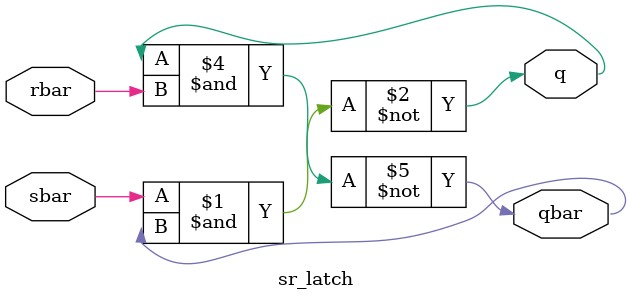
<source format=v>
module sr_latch (
sbar, 
rbar, 
q, 
qbar );
// 포트 선언
input sbar;
input rbar;
output q;
output qbar;
reg qbar;
// output 의 기본 데이터형은 wire
assign q = ~(sbar & qbar);
always @(q or rbar)
qbar = ~(q & rbar);
endmodule
</source>
